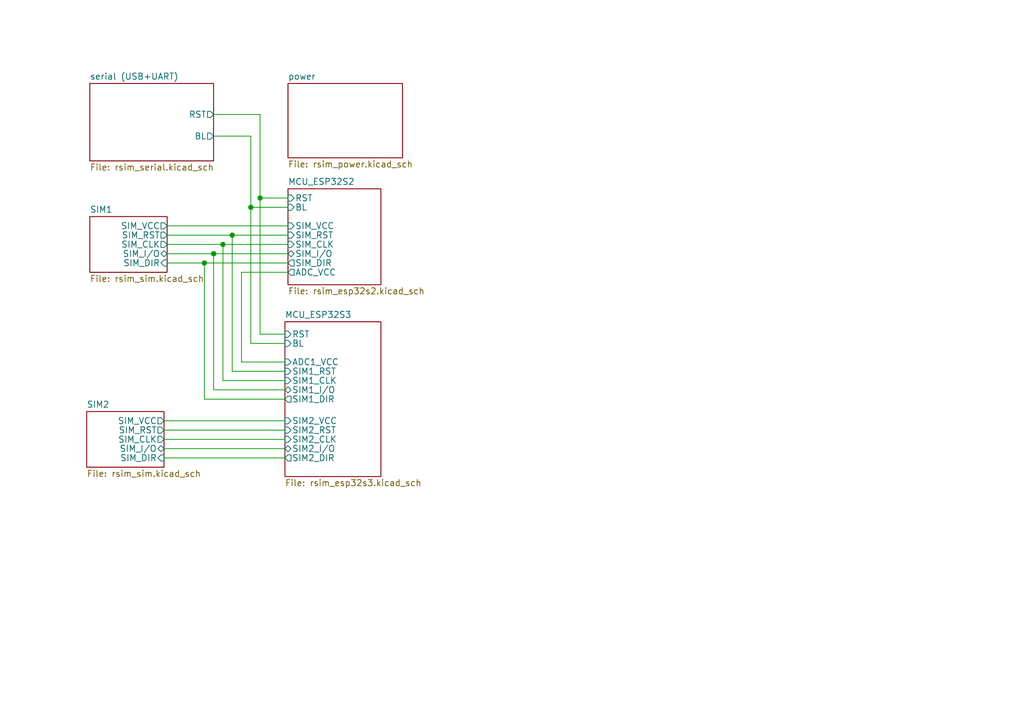
<source format=kicad_sch>
(kicad_sch (version 20230121) (generator eeschema)
  (paper "A5")
  (title_block (title "rSIM") (date "$date$") (rev "$version$.$revision$") (company "CuVoodoo") (comment 1 "King Kévin") (comment 2 "CERN-OHL-S") (comment 3 "overview"))
  (lib_symbols)
  (junction (at 41.91 53.975))
  (junction (at 51.435 42.545))
  (junction (at 47.625 48.26))
  (junction (at 53.34 40.64))
  (junction (at 45.72 50.165))
  (junction (at 43.815 52.07))
  (wire (pts (xy 43.815 23.495) (xy 53.34 23.495)))
  (wire (pts (xy 43.815 52.07) (xy 59.055 52.07)))
  (wire (pts (xy 33.655 90.17) (xy 58.42 90.17)))
  (wire (pts (xy 59.055 42.545) (xy 51.435 42.545)))
  (wire (pts (xy 51.435 27.94) (xy 43.815 27.94)))
  (wire (pts (xy 58.42 78.105) (xy 45.72 78.105)))
  (wire (pts (xy 43.815 80.01) (xy 43.815 52.07)))
  (wire (pts (xy 47.625 76.2) (xy 47.625 48.26)))
  (wire (pts (xy 58.42 81.915) (xy 41.91 81.915)))
  (wire (pts (xy 34.29 50.165) (xy 45.72 50.165)))
  (wire (pts (xy 34.29 48.26) (xy 47.625 48.26)))
  (wire (pts (xy 51.435 42.545) (xy 51.435 27.94)))
  (wire (pts (xy 33.655 93.98) (xy 58.42 93.98)))
  (wire (pts (xy 58.42 80.01) (xy 43.815 80.01)))
  (wire (pts (xy 53.34 40.64) (xy 53.34 68.58)))
  (wire (pts (xy 41.91 81.915) (xy 41.91 53.975)))
  (wire (pts (xy 51.435 70.485) (xy 58.42 70.485)))
  (wire (pts (xy 33.655 92.075) (xy 58.42 92.075)))
  (wire (pts (xy 34.29 46.355) (xy 59.055 46.355)))
  (wire (pts (xy 58.42 74.295) (xy 49.53 74.295)))
  (wire (pts (xy 49.53 55.88) (xy 59.055 55.88)))
  (wire (pts (xy 34.29 53.975) (xy 41.91 53.975)))
  (wire (pts (xy 58.42 76.2) (xy 47.625 76.2)))
  (wire (pts (xy 53.34 40.64) (xy 59.055 40.64)))
  (wire (pts (xy 53.34 68.58) (xy 58.42 68.58)))
  (wire (pts (xy 33.655 88.265) (xy 58.42 88.265)))
  (wire (pts (xy 47.625 48.26) (xy 59.055 48.26)))
  (wire (pts (xy 34.29 52.07) (xy 43.815 52.07)))
  (wire (pts (xy 45.72 78.105) (xy 45.72 50.165)))
  (wire (pts (xy 49.53 74.295) (xy 49.53 55.88)))
  (wire (pts (xy 33.655 86.36) (xy 58.42 86.36)))
  (wire (pts (xy 41.91 53.975) (xy 59.055 53.975)))
  (wire (pts (xy 45.72 50.165) (xy 59.055 50.165)))
  (wire (pts (xy 51.435 42.545) (xy 51.435 70.485)))
  (wire (pts (xy 53.34 23.495) (xy 53.34 40.64)))
  (sheet (at 18.415 44.45) (size 15.875 11.43) (stroke (width 0.1524))
    (property "Sheetname" "SIM1" (at 18.415 43.7384 0) (effects (justify left bottom)))
    (property "Sheetfile" "rsim_sim.kicad_sch" (at 18.415 56.4646 0) (effects (justify left top)))
    (pin "SIM_RST" output (at 34.29 48.26 0))
    (pin "SIM_CLK" output (at 34.29 50.165 0))
    (pin "SIM_VCC" output (at 34.29 46.355 0))
    (pin "SIM_DIR" input (at 34.29 53.975 0))
    (pin "SIM_I{slash}O" bidirectional (at 34.29 52.07 0))
  )
  (sheet (at 58.42 66.04) (size 19.685 31.75) (stroke (width 0.1524))
    (property "Sheetname" "MCU_ESP32S3" (at 58.42 65.3284 0) (effects (justify left bottom)))
    (property "Sheetfile" "rsim_esp32s3.kicad_sch" (at 58.42 98.3746 0) (effects (justify left top)))
    (pin "SIM2_CLK" input (at 58.42 90.17 180))
    (pin "SIM2_DIR" output (at 58.42 93.98 180))
    (pin "SIM2_I{slash}O" bidirectional (at 58.42 92.075 180))
    (pin "SIM2_RST" input (at 58.42 88.265 180))
    (pin "SIM1_CLK" input (at 58.42 78.105 180))
    (pin "SIM1_RST" input (at 58.42 76.2 180))
    (pin "SIM2_VCC" input (at 58.42 86.36 180))
    (pin "SIM1_I{slash}O" bidirectional (at 58.42 80.01 180))
    (pin "ADC1_VCC" input (at 58.42 74.295 180))
    (pin "BL" input (at 58.42 70.485 180))
    (pin "SIM1_DIR" output (at 58.42 81.915 180))
    (pin "RST" input (at 58.42 68.58 180))
  )
  (sheet (at 18.415 17.145) (size 25.4 15.875) (stroke (width 0.1524))
    (property "Sheetname" "serial (USB+UART)" (at 18.415 16.4334 0) (effects (justify left bottom)))
    (property "Sheetfile" "rsim_serial.kicad_sch" (at 18.415 33.6046 0) (effects (justify left top)))
    (pin "RST" output (at 43.815 23.495 0))
    (pin "BL" output (at 43.815 27.94 0))
  )
  (sheet (at 59.055 38.735) (size 19.05 19.685) (stroke (width 0.1524))
    (property "Sheetname" "MCU_ESP32S2" (at 59.055 38.0234 0) (effects (justify left bottom)))
    (property "Sheetfile" "rsim_esp32s2.kicad_sch" (at 59.055 59.0046 0) (effects (justify left top)))
    (pin "BL" input (at 59.055 42.545 180))
    (pin "SIM_I{slash}O" bidirectional (at 59.055 52.07 180))
    (pin "SIM_DIR" output (at 59.055 53.975 180))
    (pin "SIM_RST" input (at 59.055 48.26 180))
    (pin "SIM_CLK" input (at 59.055 50.165 180))
    (pin "SIM_VCC" input (at 59.055 46.355 180))
    (pin "RST" input (at 59.055 40.64 180))
    (pin "ADC_VCC" output (at 59.055 55.88 180))
  )
  (sheet (at 59.055 17.145) (size 23.495 15.24) (stroke (width 0.1524))
    (property "Sheetname" "power" (at 59.055 16.4334 0) (effects (justify left bottom)))
    (property "Sheetfile" "rsim_power.kicad_sch" (at 59.055 32.9696 0) (effects (justify left top)))
  )
  (sheet (at 17.78 84.455) (size 15.875 11.43) (stroke (width 0.1524))
    (property "Sheetname" "SIM2" (at 17.78 83.7434 0) (effects (justify left bottom)))
    (property "Sheetfile" "rsim_sim.kicad_sch" (at 17.78 96.4696 0) (effects (justify left top)))
    (pin "SIM_RST" output (at 33.655 88.265 0))
    (pin "SIM_CLK" output (at 33.655 90.17 0))
    (pin "SIM_VCC" output (at 33.655 86.36 0))
    (pin "SIM_I{slash}O" bidirectional (at 33.655 92.075 0))
    (pin "SIM_DIR" input (at 33.655 93.98 0))
  )
)
</source>
